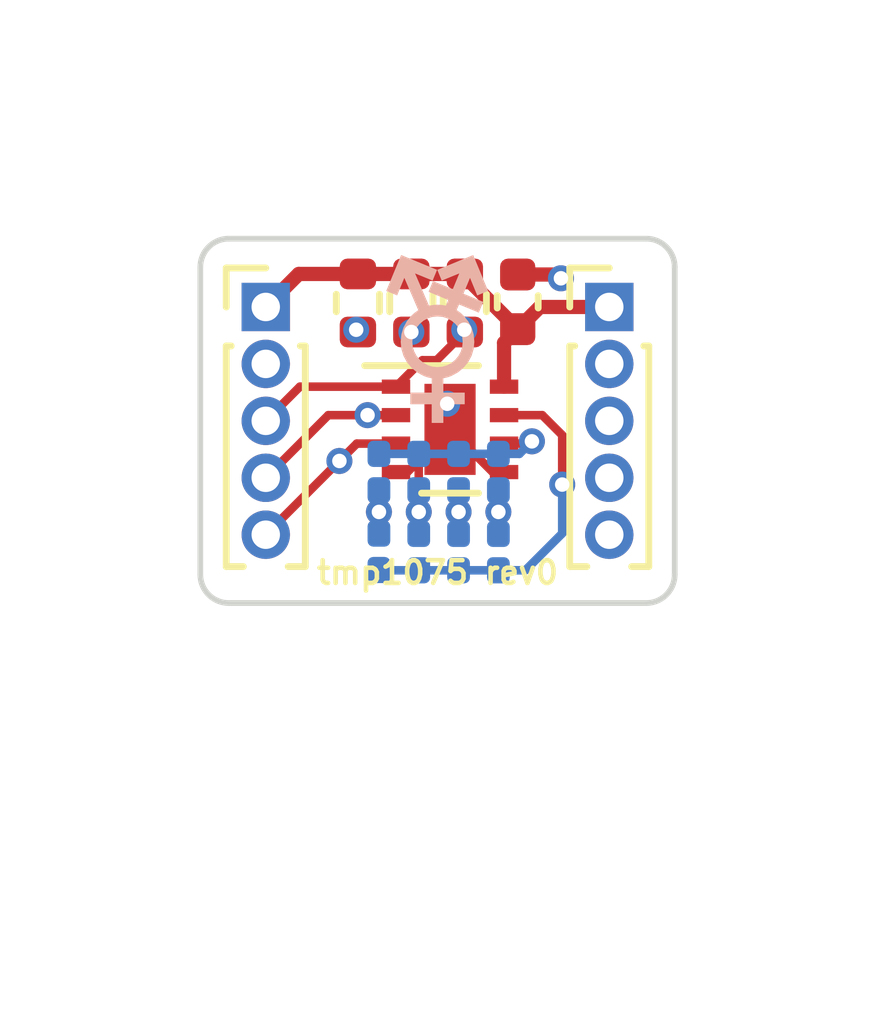
<source format=kicad_pcb>
(kicad_pcb (version 20221018) (generator pcbnew)
  (layers (0 "F.Cu" signal) (1 "In1.Cu" signal) (2 "In2.Cu" signal) (31 "B.Cu" signal) (34 "B.Paste" user) (35 "F.Paste" user) (36 "B.SilkS" user "B.Silkscreen") (37 "F.SilkS" user "F.Silkscreen") (38 "B.Mask" user) (39 "F.Mask" user) (44 "Edge.Cuts" user))
  (net 0 "")
  (net 1 "+3V3")
  (net 2 "GND")
  (net 3 "/SDA")
  (net 4 "/SCL")
  (net 5 "/ALERT")
  (net 6 "/A0")
  (net 7 "/A1")
  (footprint "Package_SON:WSON-8-1EP_2x2mm_P0.5mm_EP0.9x1.6mm_ThermalVias" (layer "F.Cu") (at 153.05 95.75)
    (fp_text reference "U1" hide)
    (fp_text value "TMP1075DSG")
    (fp_line (start -1.5 -1.12) (end 0.5 -1.12) (stroke (width 0.12)) (layer "F.SilkS"))
    (fp_line (start 0.5 1.12) (end -0.5 1.12) (stroke (width 0.12)) (layer "F.SilkS"))
    (pad "1" smd rect (at -0.95 -0.75) (size 0.5 0.25) (layers "F.Cu" "F.Paste" "F.Mask") (net 3 "/SDA"))
    (pad "2" smd rect (at -0.95 -0.25) (size 0.5 0.25) (layers "F.Cu" "F.Paste" "F.Mask") (net 4 "/SCL"))
    (pad "3" smd rect (at -0.95 0.25) (size 0.5 0.25) (layers "F.Cu" "F.Paste" "F.Mask") (net 5 "/ALERT"))
    (pad "4" smd rect (at -0.95 0.75) (size 0.5 0.25) (layers "F.Cu" "F.Paste" "F.Mask") (net 2 "GND"))
    (pad "5" smd rect (at 0.95 0.75) (size 0.5 0.25) (layers "F.Cu" "F.Paste" "F.Mask") (net 2 "GND"))
    (pad "6" smd rect (at 0.95 0.25) (size 0.5 0.25) (layers "F.Cu" "F.Paste" "F.Mask") (net 7 "/A1"))
    (pad "7" smd rect (at 0.95 -0.25) (size 0.5 0.25) (layers "F.Cu" "F.Paste" "F.Mask") (net 6 "/A0"))
    (pad "8" smd rect (at 0.95 -0.75) (size 0.5 0.25) (layers "F.Cu" "F.Paste" "F.Mask") (net 1 "+3V3"))
    (pad "9" smd rect (at 0 0) (size 0.9 1.6) (layers "F.Cu" "F.Mask") (net 2 "GND"))
  )
  (footprint "Resistor_SMD:R_0402_1005Metric" (layer "F.Cu") (at 151.43 93.53 -90)
    (fp_text reference "R3" hide)
    (fp_text value "4.7kΩ")
    (fp_line (start -0.153641 -0.38) (end 0.153641 -0.38) (stroke (width 0.12)) (layer "F.SilkS"))
    (fp_line (start -0.153641 0.38) (end 0.153641 0.38) (stroke (width 0.12)) (layer "F.SilkS"))
    (pad "1" smd roundrect (at -0.51 0 270) (size 0.54 0.64) (layers "F.Cu" "F.Paste" "F.Mask") (net 1 "+3V3"))
    (pad "2" smd roundrect (at 0.51 0 270) (size 0.54 0.64) (layers "F.Cu" "F.Paste" "F.Mask") (net 5 "/ALERT"))
  )
  (footprint "Connector_PinHeader_1.00mm:PinHeader_1x05_P1.00mm_Vertical" (layer "F.Cu") (at 155.85 93.6)
    (fp_text reference "J2" hide)
    (fp_text value "Conn_01x05")
    (fp_line (start -0.695 -0.685) (end 0 -0.685) (stroke (width 0.12)) (layer "F.SilkS"))
    (fp_line (start -0.695 0) (end -0.695 -0.685) (stroke (width 0.12)) (layer "F.SilkS"))
    (fp_line (start -0.695 0.685) (end -0.695 4.56) (stroke (width 0.12)) (layer "F.SilkS"))
    (fp_line (start -0.695 0.685) (end -0.608276 0.685) (stroke (width 0.12)) (layer "F.SilkS"))
    (fp_line (start -0.695 4.56) (end -0.394493 4.56) (stroke (width 0.12)) (layer "F.SilkS"))
    (fp_line (start 0.394493 4.56) (end 0.695 4.56) (stroke (width 0.12)) (layer "F.SilkS"))
    (fp_line (start 0.608276 0.685) (end 0.695 0.685) (stroke (width 0.12)) (layer "F.SilkS"))
    (fp_line (start 0.695 0.685) (end 0.695 4.56) (stroke (width 0.12)) (layer "F.SilkS"))
    (pad "1" thru_hole rect (at 0 0) (size 0.85 0.85) (drill 0.5) (layers "*.Cu" "*.Mask") (net 1 "+3V3"))
    (pad "2" thru_hole oval (at 0 1) (size 0.85 0.85) (drill 0.5) (layers "*.Cu" "*.Mask") (net 2 "GND"))
    (pad "3" thru_hole oval (at 0 2) (size 0.85 0.85) (drill 0.5) (layers "*.Cu" "*.Mask") (net 3 "/SDA"))
    (pad "4" thru_hole oval (at 0 3) (size 0.85 0.85) (drill 0.5) (layers "*.Cu" "*.Mask") (net 4 "/SCL"))
    (pad "5" thru_hole oval (at 0 4) (size 0.85 0.85) (drill 0.5) (layers "*.Cu" "*.Mask") (net 5 "/ALERT"))
  )
  (footprint "Capacitor_SMD:C_0402_1005Metric" (layer "F.Cu") (at 154.24 93.51 90)
    (fp_text reference "C1" hide)
    (fp_text value "10nF")
    (fp_line (start -0.107836 -0.36) (end 0.107836 -0.36) (stroke (width 0.12)) (layer "F.SilkS"))
    (fp_line (start -0.107836 0.36) (end 0.107836 0.36) (stroke (width 0.12)) (layer "F.SilkS"))
    (pad "1" smd roundrect (at -0.48 0 90) (size 0.56 0.62) (layers "F.Cu" "F.Paste" "F.Mask") (net 1 "+3V3"))
    (pad "2" smd roundrect (at 0.48 0 90) (size 0.56 0.62) (layers "F.Cu" "F.Paste" "F.Mask") (net 2 "GND"))
  )
  (footprint "Connector_PinHeader_1.00mm:PinHeader_1x05_P1.00mm_Vertical" (layer "F.Cu") (at 149.81 93.6)
    (fp_text reference "J1" hide)
    (fp_text value "Conn_01x05")
    (fp_line (start -0.695 -0.685) (end 0 -0.685) (stroke (width 0.12)) (layer "F.SilkS"))
    (fp_line (start -0.695 0) (end -0.695 -0.685) (stroke (width 0.12)) (layer "F.SilkS"))
    (fp_line (start -0.695 0.685) (end -0.695 4.56) (stroke (width 0.12)) (layer "F.SilkS"))
    (fp_line (start -0.695 0.685) (end -0.608276 0.685) (stroke (width 0.12)) (layer "F.SilkS"))
    (fp_line (start -0.695 4.56) (end -0.394493 4.56) (stroke (width 0.12)) (layer "F.SilkS"))
    (fp_line (start 0.394493 4.56) (end 0.695 4.56) (stroke (width 0.12)) (layer "F.SilkS"))
    (fp_line (start 0.608276 0.685) (end 0.695 0.685) (stroke (width 0.12)) (layer "F.SilkS"))
    (fp_line (start 0.695 0.685) (end 0.695 4.56) (stroke (width 0.12)) (layer "F.SilkS"))
    (pad "1" thru_hole rect (at 0 0) (size 0.85 0.85) (drill 0.5) (layers "*.Cu" "*.Mask") (net 1 "+3V3"))
    (pad "2" thru_hole oval (at 0 1) (size 0.85 0.85) (drill 0.5) (layers "*.Cu" "*.Mask") (net 2 "GND"))
    (pad "3" thru_hole oval (at 0 2) (size 0.85 0.85) (drill 0.5) (layers "*.Cu" "*.Mask") (net 3 "/SDA"))
    (pad "4" thru_hole oval (at 0 3) (size 0.85 0.85) (drill 0.5) (layers "*.Cu" "*.Mask") (net 4 "/SCL"))
    (pad "5" thru_hole oval (at 0 4) (size 0.85 0.85) (drill 0.5) (layers "*.Cu" "*.Mask") (net 5 "/ALERT"))
  )
  (footprint "Resistor_SMD:R_0402_1005Metric" (layer "F.Cu") (at 152.37 93.53 -90)
    (fp_text reference "R2" hide)
    (fp_text value "4.7kΩ")
    (fp_line (start -0.153641 -0.38) (end 0.153641 -0.38) (stroke (width 0.12)) (layer "F.SilkS"))
    (fp_line (start -0.153641 0.38) (end 0.153641 0.38) (stroke (width 0.12)) (layer "F.SilkS"))
    (pad "1" smd roundrect (at -0.51 0 270) (size 0.54 0.64) (layers "F.Cu" "F.Paste" "F.Mask") (net 1 "+3V3"))
    (pad "2" smd roundrect (at 0.51 0 270) (size 0.54 0.64) (layers "F.Cu" "F.Paste" "F.Mask") (net 4 "/SCL"))
  )
  (footprint "Resistor_SMD:R_0402_1005Metric" (layer "F.Cu") (at 153.31 93.53 -90)
    (fp_text reference "R1" hide)
    (fp_text value "4.7kΩ")
    (fp_line (start -0.153641 -0.38) (end 0.153641 -0.38) (stroke (width 0.12)) (layer "F.SilkS"))
    (fp_line (start -0.153641 0.38) (end 0.153641 0.38) (stroke (width 0.12)) (layer "F.SilkS"))
    (pad "1" smd roundrect (at -0.51 0 270) (size 0.54 0.64) (layers "F.Cu" "F.Paste" "F.Mask") (net 1 "+3V3"))
    (pad "2" smd roundrect (at 0.51 0 270) (size 0.54 0.64) (layers "F.Cu" "F.Paste" "F.Mask") (net 3 "/SDA"))
  )
  (footprint "Resistor_SMD:R_0201_0603Metric" (layer "B.Cu") (at 152.5 97.905 90)
    (fp_text reference "JP3" hide)
    (fp_text value "SolderJumper_2_Open")
    (pad "1" smd roundrect (at -0.32 0 90) (size 0.46 0.4) (layers "B.Cu" "B.Mask") (net 6 "/A0"))
    (pad "2" smd roundrect (at 0.32 0 90) (size 0.46 0.4) (layers "B.Cu" "B.Mask") (net 2 "GND"))
  )
  (footprint "Resistor_SMD:R_0201_0603Metric" (layer "B.Cu") (at 153.2 96.5 -90)
    (fp_text reference "JP6" hide)
    (fp_text value "SolderJumper_2_Open")
    (pad "1" smd roundrect (at -0.32 0 270) (size 0.46 0.4) (layers "B.Cu" "B.Mask") (net 7 "/A1"))
    (pad "2" smd roundrect (at 0.32 0 270) (size 0.46 0.4) (layers "B.Cu" "B.Mask") (net 4 "/SCL"))
  )
  (footprint "Resistor_SMD:R_0201_0603Metric" (layer "B.Cu") (at 153.2 97.905 90)
    (fp_text reference "JP2" hide)
    (fp_text value "SolderJumper_2_Open")
    (pad "1" smd roundrect (at -0.32 0 90) (size 0.46 0.4) (layers "B.Cu" "B.Mask") (net 6 "/A0"))
    (pad "2" smd roundrect (at 0.32 0 90) (size 0.46 0.4) (layers "B.Cu" "B.Mask") (net 4 "/SCL"))
  )
  (footprint "Resistor_SMD:R_0201_0603Metric" (layer "B.Cu") (at 151.8 96.5 -90)
    (fp_text reference "JP8" hide)
    (fp_text value "SolderJumper_2_Open")
    (pad "1" smd roundrect (at -0.32 0 270) (size 0.46 0.4) (layers "B.Cu" "B.Mask") (net 7 "/A1"))
    (pad "2" smd roundrect (at 0.32 0 270) (size 0.46 0.4) (layers "B.Cu" "B.Mask") (net 1 "+3V3"))
  )
  (footprint "Resistor_SMD:R_0201_0603Metric" (layer "B.Cu") (at 151.8 97.9 90)
    (fp_text reference "JP4" hide)
    (fp_text value "SolderJumper_2_Open")
    (pad "1" smd roundrect (at -0.32 0 90) (size 0.46 0.4) (layers "B.Cu" "B.Mask") (net 6 "/A0"))
    (pad "2" smd roundrect (at 0.32 0 90) (size 0.46 0.4) (layers "B.Cu" "B.Mask") (net 1 "+3V3"))
  )
  (footprint "Resistor_SMD:R_0201_0603Metric" (layer "B.Cu") (at 153.9 96.5 -90)
    (fp_text reference "JP5" hide)
    (fp_text value "SolderJumper_2_Open")
    (pad "1" smd roundrect (at -0.32 0 270) (size 0.46 0.4) (layers "B.Cu" "B.Mask") (net 7 "/A1"))
    (pad "2" smd roundrect (at 0.32 0 270) (size 0.46 0.4) (layers "B.Cu" "B.Mask") (net 3 "/SDA"))
  )
  (footprint "Resistor_SMD:R_0201_0603Metric" (layer "B.Cu") (at 153.9 97.905 90)
    (fp_text reference "JP1" hide)
    (fp_text value "SolderJumper_2_Open")
    (pad "1" smd roundrect (at -0.32 0 90) (size 0.46 0.4) (layers "B.Cu" "B.Mask") (net 6 "/A0"))
    (pad "2" smd roundrect (at 0.32 0 90) (size 0.46 0.4) (layers "B.Cu" "B.Mask") (net 3 "/SDA"))
  )
  (footprint "Resistor_SMD:R_0201_0603Metric" (layer "B.Cu") (at 152.5 96.5 -90)
    (fp_text reference "JP7" hide)
    (fp_text value "SolderJumper_2_Open")
    (pad "1" smd roundrect (at -0.32 0 270) (size 0.46 0.4) (layers "B.Cu" "B.Mask") (net 7 "/A1"))
    (pad "2" smd roundrect (at 0.32 0 270) (size 0.46 0.4) (layers "B.Cu" "B.Mask") (net 2 "GND"))
  )
  (gr_line (start 156.5 98.8) (end 149.16 98.8) (stroke (width 0.1)) (layer "Edge.Cuts"))
  (gr_arc (start 157 98.3) (mid 156.853553 98.653553) (end 156.5 98.8) (stroke (width 0.1)) (layer "Edge.Cuts"))
  (gr_arc (start 149.16 98.8) (mid 148.806447 98.653553) (end 148.66 98.3) (stroke (width 0.1)) (layer "Edge.Cuts"))
  (gr_line (start 149.16 92.4) (end 156.5 92.4) (stroke (width 0.1)) (layer "Edge.Cuts"))
  (gr_line (start 157 92.9) (end 157 98.3) (stroke (width 0.1)) (layer "Edge.Cuts"))
  (gr_line (start 148.66 98.3) (end 148.66 92.9) (stroke (width 0.1)) (layer "Edge.Cuts"))
  (gr_arc (start 148.66 92.9) (mid 148.806447 92.546447) (end 149.16 92.4) (stroke (width 0.1)) (layer "Edge.Cuts"))
  (gr_arc (start 156.5 92.4) (mid 156.853553 92.546447) (end 157 92.9) (stroke (width 0.1)) (layer "Edge.Cuts"))
  (gr_text "⚧" (at 152.83 95.5) (layer "B.SilkS") (effects (font (size 2 2)) (justify bottom mirror)))
  (gr_text "tmp1075 rev0" (at 152.83 98.5) (layer "F.SilkS") (effects (font (size 0.4 0.4) (thickness 0.08) bold) (justify bottom)))
  (segment (start 155.85 93.6) (end 154.63 93.6) (width 0.25) (layer "F.Cu") (net 1))
  (segment (start 149.81 93.6) (end 150.39 93.02) (width 0.25) (layer "F.Cu") (net 1))
  (segment (start 153.31 93.02) (end 153.31 93.06) (width 0.25) (layer "F.Cu") (net 1))
  (segment (start 154 94.23) (end 154.24 93.99) (width 0.25) (layer "F.Cu") (net 1))
  (segment (start 154 95) (end 154 94.23) (width 0.25) (layer "F.Cu") (net 1))
  (segment (start 153.31 93.06) (end 154.24 93.99) (width 0.25) (layer "F.Cu") (net 1))
  (segment (start 154.63 93.6) (end 154.24 93.99) (width 0.25) (layer "F.Cu") (net 1))
  (segment (start 150.39 93.02) (end 153.31 93.02) (width 0.25) (layer "F.Cu") (net 1))
  (via (at 151.8 97.2) (size 0.4572) (drill 0.254) (layers "F.Cu" "B.Cu") (net 1))
  (segment (start 151.8 97.2) (end 151.8 96.82) (width 0.15) (layer "B.Cu") (net 1))
  (segment (start 151.8 97.58) (end 151.8 97.2) (width 0.15) (layer "B.Cu") (net 1))
  (segment (start 154 96.5) (end 153.8 96.5) (width 0.15) (layer "F.Cu") (net 2))
  (segment (start 154.9336 93.03) (end 155 93.0964) (width 0.25) (layer "F.Cu") (net 2))
  (segment (start 153.8 96.5) (end 153.05 95.75) (width 0.15) (layer "F.Cu") (net 2))
  (segment (start 152.1 96.5) (end 152.3 96.5) (width 0.15) (layer "F.Cu") (net 2))
  (segment (start 152.3 96.5) (end 153.05 95.75) (width 0.15) (layer "F.Cu") (net 2))
  (segment (start 152.5 96.3) (end 153.05 95.75) (width 0.15) (layer "F.Cu") (net 2))
  (segment (start 152.5 97.2) (end 152.5 96.3) (width 0.15) (layer "F.Cu") (net 2))
  (segment (start 154.24 93.03) (end 154.9336 93.03) (width 0.25) (layer "F.Cu") (net 2))
  (via (at 155 93.0964) (size 0.4572) (drill 0.254) (layers "F.Cu" "B.Cu") (net 2))
  (via (at 152.5 97.2) (size 0.4572) (drill 0.254) (layers "F.Cu" "B.Cu") (net 2))
  (via (at 153 95.3) (size 0.4572) (drill 0.254) (layers "F.Cu" "B.Cu") (net 2))
  (segment (start 152.5 97.585) (end 152.5 97.2) (width 0.15) (layer "B.Cu") (net 2))
  (segment (start 152.5 97.2) (end 152.5 96.82) (width 0.15) (layer "B.Cu") (net 2))
  (segment (start 150.41 95) (end 149.81 95.6) (width 0.15) (layer "F.Cu") (net 3))
  (segment (start 153.3 94.05) (end 153.3 94) (width 0.15) (layer "F.Cu") (net 3))
  (segment (start 152.565 94.535) (end 152.1 95) (width 0.15) (layer "F.Cu") (net 3))
  (segment (start 153.35 94) (end 152.815 94.535) (width 0.15) (layer "F.Cu") (net 3))
  (segment (start 152.1 95) (end 150.41 95) (width 0.15) (layer "F.Cu") (net 3))
  (segment (start 153.31 94.04) (end 153.3 94.05) (width 0.15) (layer "F.Cu") (net 3))
  (segment (start 152.815 94.535) (end 152.565 94.535) (width 0.15) (layer "F.Cu") (net 3))
  (segment (start 153.3 94) (end 153.35 94) (width 0.15) (layer "F.Cu") (net 3))
  (via (at 153.9 97.2) (size 0.4572) (drill 0.254) (layers "F.Cu" "B.Cu") (net 3))
  (via (at 153.3 94) (size 0.4572) (drill 0.254) (layers "F.Cu" "B.Cu") (net 3))
  (segment (start 153.9 97.585) (end 153.9 97.2) (width 0.15) (layer "B.Cu") (net 3))
  (segment (start 153.9 97.2) (end 153.9 96.82) (width 0.15) (layer "B.Cu") (net 3))
  (segment (start 149.81 96.6) (end 150.91 95.5) (width 0.15) (layer "F.Cu") (net 4))
  (segment (start 150.91 95.5) (end 151.599988 95.5) (width 0.15) (layer "F.Cu") (net 4))
  (segment (start 152.1 95.5) (end 151.599988 95.5) (width 0.15) (layer "F.Cu") (net 4))
  (via (at 151.599988 95.5) (size 0.4572) (drill 0.254) (layers "F.Cu" "B.Cu") (net 4))
  (via (at 153.2 97.2) (size 0.4572) (drill 0.254) (layers "F.Cu" "B.Cu") (net 4))
  (via (at 152.37 94.039992) (size 0.4572) (drill 0.254) (layers "F.Cu" "B.Cu") (net 4))
  (segment (start 153.2 96.82) (end 153.2 97.2) (width 0.15) (layer "B.Cu") (net 4))
  (segment (start 153.2 97.2) (end 153.2 97.585) (width 0.15) (layer "B.Cu") (net 4))
  (segment (start 152.1 96) (end 151.41 96) (width 0.15) (layer "F.Cu") (net 5))
  (segment (start 151.105 96.305) (end 149.81 97.6) (width 0.15) (layer "F.Cu") (net 5))
  (segment (start 151.41 96) (end 151.105 96.305) (width 0.15) (layer "F.Cu") (net 5))
  (via (at 151.4 94.000002) (size 0.4572) (drill 0.254) (layers "F.Cu" "B.Cu") (net 5))
  (via (at 151.105 96.305) (size 0.4572) (drill 0.254) (layers "F.Cu" "B.Cu") (net 5))
  (segment (start 154.671531 95.5) (end 155.022186 95.850655) (width 0.15) (layer "F.Cu") (net 6))
  (segment (start 154 95.5) (end 154.671531 95.5) (width 0.15) (layer "F.Cu") (net 6))
  (segment (start 155.022186 95.850655) (end 155.022186 96.719303) (width 0.15) (layer "F.Cu") (net 6))
  (via (at 155.022186 96.719303) (size 0.4572) (drill 0.254) (layers "F.Cu" "B.Cu") (net 6))
  (segment (start 153.9 98.225) (end 154.375 98.225) (width 0.15) (layer "B.Cu") (net 6))
  (segment (start 154.375 98.225) (end 155.022186 97.577814) (width 0.15) (layer "B.Cu") (net 6))
  (segment (start 151.805 98.225) (end 151.8 98.22) (width 0.15) (layer "B.Cu") (net 6))
  (segment (start 153.9 98.225) (end 151.805 98.225) (width 0.15) (layer "B.Cu") (net 6))
  (segment (start 155.022186 97.577814) (end 155.022186 96.719303) (width 0.15) (layer "B.Cu") (net 6))
  (segment (start 154.449929 96) (end 154.489986 95.959943) (width 0.15) (layer "F.Cu") (net 7))
  (segment (start 154 96) (end 154.449929 96) (width 0.15) (layer "F.Cu") (net 7))
  (via (at 154.489986 95.959943) (size 0.4572) (drill 0.254) (layers "F.Cu" "B.Cu") (net 7))
  (segment (start 151.8 96.18) (end 153.9 96.18) (width 0.15) (layer "B.Cu") (net 7))
  (segment (start 154.269929 96.18) (end 154.489986 95.959943) (width 0.15) (layer "B.Cu") (net 7))
  (segment (start 153.9 96.18) (end 154.269929 96.18) (width 0.15) (layer "B.Cu") (net 7))
)
</source>
